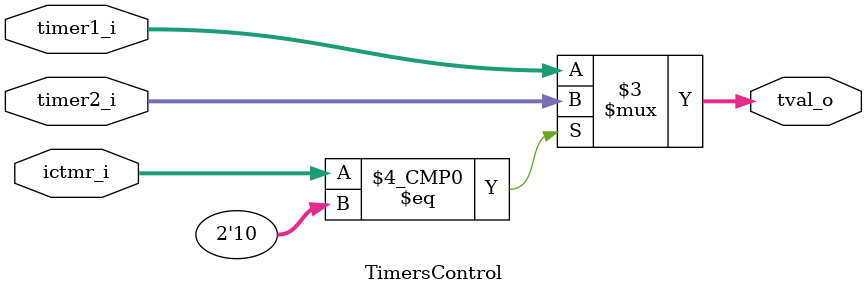
<source format=v>
module TimersControl(tval_o,ictmr_i,timer2_i,timer1_i);
output [31:0] tval_o;
input [1:0] ictmr_i;
input [31:0] timer2_i;
input [31:0] timer1_i;

reg [31:0] tval_o;



//on_change:
always @(ictmr_i or timer2_i or timer1_i )
   begin

   case(ictmr_i )
      'h2 :
      begin
      tval_o  =(timer2_i );
      end

      default:
      begin

      tval_o  =(timer1_i );
      end


   endcase


   end

endmodule

</source>
